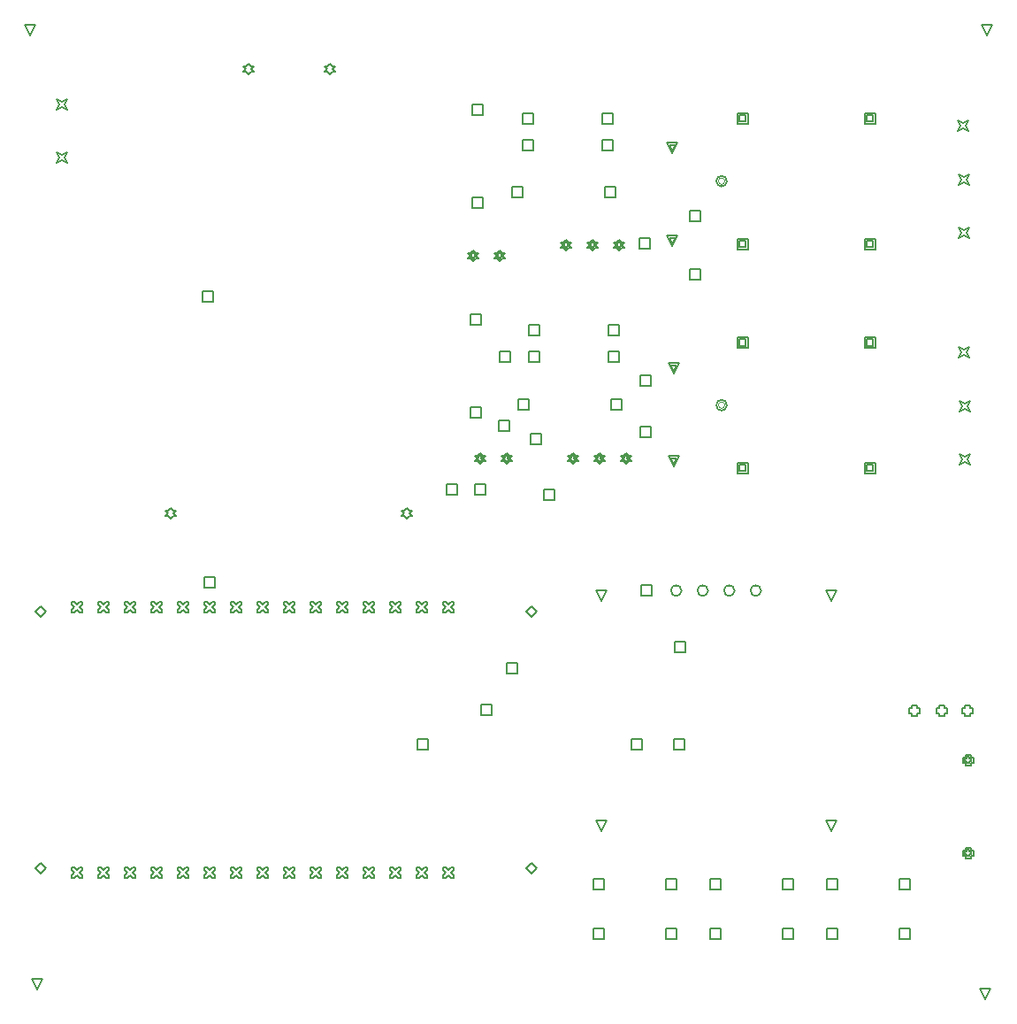
<source format=gbr>
%TF.GenerationSoftware,Altium Limited,Altium Designer,23.10.1 (27)*%
G04 Layer_Color=2752767*
%FSLAX26Y26*%
%MOIN*%
%TF.SameCoordinates,68AA919C-6303-421A-99F6-747A19599157*%
%TF.FilePolarity,Positive*%
%TF.FileFunction,Drawing*%
%TF.Part,Single*%
G01*
G75*
%TA.AperFunction,NonConductor*%
%ADD45C,0.005000*%
%ADD115C,0.006667*%
%ADD116C,0.004000*%
D45*
X2269000Y335000D02*
Y375000D01*
X2309000D01*
Y335000D01*
X2269000D01*
X2540000Y523000D02*
Y563000D01*
X2580000D01*
Y523000D01*
X2540000D01*
Y335000D02*
Y375000D01*
X2580000D01*
Y335000D01*
X2540000D01*
X2269000Y523000D02*
Y563000D01*
X2309000D01*
Y523000D01*
X2269000D01*
X3149000Y335000D02*
Y375000D01*
X3189000D01*
Y335000D01*
X3149000D01*
X3420000Y523000D02*
Y563000D01*
X3460000D01*
Y523000D01*
X3420000D01*
Y335000D02*
Y375000D01*
X3460000D01*
Y335000D01*
X3420000D01*
X3149000Y523000D02*
Y563000D01*
X3189000D01*
Y523000D01*
X3149000D01*
X2709000D02*
Y563000D01*
X2749000D01*
Y523000D01*
X2709000D01*
X2980000Y335000D02*
Y375000D01*
X3020000D01*
Y335000D01*
X2980000D01*
Y523000D02*
Y563000D01*
X3020000D01*
Y523000D01*
X2980000D01*
X2709000Y335000D02*
Y375000D01*
X2749000D01*
Y335000D01*
X2709000D01*
X1700826Y1565000D02*
X1710826D01*
X1720826Y1575000D01*
X1730826Y1565000D01*
X1740826D01*
Y1575000D01*
X1730826Y1585000D01*
X1740826Y1595000D01*
Y1605000D01*
X1730826D01*
X1720826Y1595000D01*
X1710826Y1605000D01*
X1700826D01*
Y1595000D01*
X1710826Y1585000D01*
X1700826Y1575000D01*
Y1565000D01*
X1600826D02*
X1610826D01*
X1620826Y1575000D01*
X1630826Y1565000D01*
X1640826D01*
Y1575000D01*
X1630826Y1585000D01*
X1640826Y1595000D01*
Y1605000D01*
X1630826D01*
X1620826Y1595000D01*
X1610826Y1605000D01*
X1600826D01*
Y1595000D01*
X1610826Y1585000D01*
X1600826Y1575000D01*
Y1565000D01*
X1500826D02*
X1510826D01*
X1520826Y1575000D01*
X1530826Y1565000D01*
X1540826D01*
Y1575000D01*
X1530826Y1585000D01*
X1540826Y1595000D01*
Y1605000D01*
X1530826D01*
X1520826Y1595000D01*
X1510826Y1605000D01*
X1500826D01*
Y1595000D01*
X1510826Y1585000D01*
X1500826Y1575000D01*
Y1565000D01*
X1400826D02*
X1410826D01*
X1420826Y1575000D01*
X1430826Y1565000D01*
X1440826D01*
Y1575000D01*
X1430826Y1585000D01*
X1440826Y1595000D01*
Y1605000D01*
X1430826D01*
X1420826Y1595000D01*
X1410826Y1605000D01*
X1400826D01*
Y1595000D01*
X1410826Y1585000D01*
X1400826Y1575000D01*
Y1565000D01*
X1300826D02*
X1310826D01*
X1320826Y1575000D01*
X1330826Y1565000D01*
X1340826D01*
Y1575000D01*
X1330826Y1585000D01*
X1340826Y1595000D01*
Y1605000D01*
X1330826D01*
X1320826Y1595000D01*
X1310826Y1605000D01*
X1300826D01*
Y1595000D01*
X1310826Y1585000D01*
X1300826Y1575000D01*
Y1565000D01*
X1200826D02*
X1210826D01*
X1220826Y1575000D01*
X1230826Y1565000D01*
X1240826D01*
Y1575000D01*
X1230826Y1585000D01*
X1240826Y1595000D01*
Y1605000D01*
X1230826D01*
X1220826Y1595000D01*
X1210826Y1605000D01*
X1200826D01*
Y1595000D01*
X1210826Y1585000D01*
X1200826Y1575000D01*
Y1565000D01*
X1100826D02*
X1110826D01*
X1120826Y1575000D01*
X1130826Y1565000D01*
X1140826D01*
Y1575000D01*
X1130826Y1585000D01*
X1140826Y1595000D01*
Y1605000D01*
X1130826D01*
X1120826Y1595000D01*
X1110826Y1605000D01*
X1100826D01*
Y1595000D01*
X1110826Y1585000D01*
X1100826Y1575000D01*
Y1565000D01*
X1000826D02*
X1010826D01*
X1020826Y1575000D01*
X1030826Y1565000D01*
X1040826D01*
Y1575000D01*
X1030826Y1585000D01*
X1040826Y1595000D01*
Y1605000D01*
X1030826D01*
X1020826Y1595000D01*
X1010826Y1605000D01*
X1000826D01*
Y1595000D01*
X1010826Y1585000D01*
X1000826Y1575000D01*
Y1565000D01*
X900826D02*
X910826D01*
X920826Y1575000D01*
X930826Y1565000D01*
X940826D01*
Y1575000D01*
X930826Y1585000D01*
X940826Y1595000D01*
Y1605000D01*
X930826D01*
X920826Y1595000D01*
X910826Y1605000D01*
X900826D01*
Y1595000D01*
X910826Y1585000D01*
X900826Y1575000D01*
Y1565000D01*
X800826D02*
X810826D01*
X820826Y1575000D01*
X830826Y1565000D01*
X840826D01*
Y1575000D01*
X830826Y1585000D01*
X840826Y1595000D01*
Y1605000D01*
X830826D01*
X820826Y1595000D01*
X810826Y1605000D01*
X800826D01*
Y1595000D01*
X810826Y1585000D01*
X800826Y1575000D01*
Y1565000D01*
X700826D02*
X710826D01*
X720826Y1575000D01*
X730826Y1565000D01*
X740826D01*
Y1575000D01*
X730826Y1585000D01*
X740826Y1595000D01*
Y1605000D01*
X730826D01*
X720826Y1595000D01*
X710826Y1605000D01*
X700826D01*
Y1595000D01*
X710826Y1585000D01*
X700826Y1575000D01*
Y1565000D01*
X600826D02*
X610826D01*
X620826Y1575000D01*
X630826Y1565000D01*
X640826D01*
Y1575000D01*
X630826Y1585000D01*
X640826Y1595000D01*
Y1605000D01*
X630826D01*
X620826Y1595000D01*
X610826Y1605000D01*
X600826D01*
Y1595000D01*
X610826Y1585000D01*
X600826Y1575000D01*
Y1565000D01*
X500826D02*
X510826D01*
X520826Y1575000D01*
X530826Y1565000D01*
X540826D01*
Y1575000D01*
X530826Y1585000D01*
X540826Y1595000D01*
Y1605000D01*
X530826D01*
X520826Y1595000D01*
X510826Y1605000D01*
X500826D01*
Y1595000D01*
X510826Y1585000D01*
X500826Y1575000D01*
Y1565000D01*
X400826D02*
X410826D01*
X420826Y1575000D01*
X430826Y1565000D01*
X440826D01*
Y1575000D01*
X430826Y1585000D01*
X440826Y1595000D01*
Y1605000D01*
X430826D01*
X420826Y1595000D01*
X410826Y1605000D01*
X400826D01*
Y1595000D01*
X410826Y1585000D01*
X400826Y1575000D01*
Y1565000D01*
X300826D02*
X310826D01*
X320826Y1575000D01*
X330826Y1565000D01*
X340826D01*
Y1575000D01*
X330826Y1585000D01*
X340826Y1595000D01*
Y1605000D01*
X330826D01*
X320826Y1595000D01*
X310826Y1605000D01*
X300826D01*
Y1595000D01*
X310826Y1585000D01*
X300826Y1575000D01*
Y1565000D01*
X1700826Y565000D02*
X1710826D01*
X1720826Y575000D01*
X1730826Y565000D01*
X1740826D01*
Y575000D01*
X1730826Y585000D01*
X1740826Y595000D01*
Y605000D01*
X1730826D01*
X1720826Y595000D01*
X1710826Y605000D01*
X1700826D01*
Y595000D01*
X1710826Y585000D01*
X1700826Y575000D01*
Y565000D01*
X1600826D02*
X1610826D01*
X1620826Y575000D01*
X1630826Y565000D01*
X1640826D01*
Y575000D01*
X1630826Y585000D01*
X1640826Y595000D01*
Y605000D01*
X1630826D01*
X1620826Y595000D01*
X1610826Y605000D01*
X1600826D01*
Y595000D01*
X1610826Y585000D01*
X1600826Y575000D01*
Y565000D01*
X1500826D02*
X1510826D01*
X1520826Y575000D01*
X1530826Y565000D01*
X1540826D01*
Y575000D01*
X1530826Y585000D01*
X1540826Y595000D01*
Y605000D01*
X1530826D01*
X1520826Y595000D01*
X1510826Y605000D01*
X1500826D01*
Y595000D01*
X1510826Y585000D01*
X1500826Y575000D01*
Y565000D01*
X1400826D02*
X1410826D01*
X1420826Y575000D01*
X1430826Y565000D01*
X1440826D01*
Y575000D01*
X1430826Y585000D01*
X1440826Y595000D01*
Y605000D01*
X1430826D01*
X1420826Y595000D01*
X1410826Y605000D01*
X1400826D01*
Y595000D01*
X1410826Y585000D01*
X1400826Y575000D01*
Y565000D01*
X1300826D02*
X1310826D01*
X1320826Y575000D01*
X1330826Y565000D01*
X1340826D01*
Y575000D01*
X1330826Y585000D01*
X1340826Y595000D01*
Y605000D01*
X1330826D01*
X1320826Y595000D01*
X1310826Y605000D01*
X1300826D01*
Y595000D01*
X1310826Y585000D01*
X1300826Y575000D01*
Y565000D01*
X1200826D02*
X1210826D01*
X1220826Y575000D01*
X1230826Y565000D01*
X1240826D01*
Y575000D01*
X1230826Y585000D01*
X1240826Y595000D01*
Y605000D01*
X1230826D01*
X1220826Y595000D01*
X1210826Y605000D01*
X1200826D01*
Y595000D01*
X1210826Y585000D01*
X1200826Y575000D01*
Y565000D01*
X1100826D02*
X1110826D01*
X1120826Y575000D01*
X1130826Y565000D01*
X1140826D01*
Y575000D01*
X1130826Y585000D01*
X1140826Y595000D01*
Y605000D01*
X1130826D01*
X1120826Y595000D01*
X1110826Y605000D01*
X1100826D01*
Y595000D01*
X1110826Y585000D01*
X1100826Y575000D01*
Y565000D01*
X1000826D02*
X1010826D01*
X1020826Y575000D01*
X1030826Y565000D01*
X1040826D01*
Y575000D01*
X1030826Y585000D01*
X1040826Y595000D01*
Y605000D01*
X1030826D01*
X1020826Y595000D01*
X1010826Y605000D01*
X1000826D01*
Y595000D01*
X1010826Y585000D01*
X1000826Y575000D01*
Y565000D01*
X900826D02*
X910826D01*
X920826Y575000D01*
X930826Y565000D01*
X940826D01*
Y575000D01*
X930826Y585000D01*
X940826Y595000D01*
Y605000D01*
X930826D01*
X920826Y595000D01*
X910826Y605000D01*
X900826D01*
Y595000D01*
X910826Y585000D01*
X900826Y575000D01*
Y565000D01*
X800826D02*
X810826D01*
X820826Y575000D01*
X830826Y565000D01*
X840826D01*
Y575000D01*
X830826Y585000D01*
X840826Y595000D01*
Y605000D01*
X830826D01*
X820826Y595000D01*
X810826Y605000D01*
X800826D01*
Y595000D01*
X810826Y585000D01*
X800826Y575000D01*
Y565000D01*
X700826D02*
X710826D01*
X720826Y575000D01*
X730826Y565000D01*
X740826D01*
Y575000D01*
X730826Y585000D01*
X740826Y595000D01*
Y605000D01*
X730826D01*
X720826Y595000D01*
X710826Y605000D01*
X700826D01*
Y595000D01*
X710826Y585000D01*
X700826Y575000D01*
Y565000D01*
X600826D02*
X610826D01*
X620826Y575000D01*
X630826Y565000D01*
X640826D01*
Y575000D01*
X630826Y585000D01*
X640826Y595000D01*
Y605000D01*
X630826D01*
X620826Y595000D01*
X610826Y605000D01*
X600826D01*
Y595000D01*
X610826Y585000D01*
X600826Y575000D01*
Y565000D01*
X500826D02*
X510826D01*
X520826Y575000D01*
X530826Y565000D01*
X540826D01*
Y575000D01*
X530826Y585000D01*
X540826Y595000D01*
Y605000D01*
X530826D01*
X520826Y595000D01*
X510826Y605000D01*
X500826D01*
Y595000D01*
X510826Y585000D01*
X500826Y575000D01*
Y565000D01*
X400826D02*
X410826D01*
X420826Y575000D01*
X430826Y565000D01*
X440826D01*
Y575000D01*
X430826Y585000D01*
X440826Y595000D01*
Y605000D01*
X430826D01*
X420826Y595000D01*
X410826Y605000D01*
X400826D01*
Y595000D01*
X410826Y585000D01*
X400826Y575000D01*
Y565000D01*
X300826D02*
X310826D01*
X320826Y575000D01*
X330826Y565000D01*
X340826D01*
Y575000D01*
X330826Y585000D01*
X340826Y595000D01*
Y605000D01*
X330826D01*
X320826Y595000D01*
X310826Y605000D01*
X300826D01*
Y595000D01*
X310826Y585000D01*
X300826Y575000D01*
Y565000D01*
X165788Y1568464D02*
X185788Y1588464D01*
X205788Y1568464D01*
X185788Y1548464D01*
X165788Y1568464D01*
Y603504D02*
X185788Y623504D01*
X205788Y603504D01*
X185788Y583504D01*
X165788Y603504D01*
X2014212D02*
X2034212Y623504D01*
X2054212Y603504D01*
X2034212Y583504D01*
X2014212Y603504D01*
Y1568464D02*
X2034212Y1588464D01*
X2054212Y1568464D01*
X2034212Y1548464D01*
X2014212Y1568464D01*
X795000Y2735000D02*
Y2775000D01*
X835000D01*
Y2735000D01*
X795000D01*
X800000Y1660000D02*
Y1700000D01*
X840000D01*
Y1660000D01*
X800000D01*
X2410000Y1050000D02*
Y1090000D01*
X2450000D01*
Y1050000D01*
X2410000D01*
X1605000D02*
Y1090000D01*
X1645000D01*
Y1050000D01*
X1605000D01*
X1940000Y1335000D02*
Y1375000D01*
X1980000D01*
Y1335000D01*
X1940000D01*
X1820000Y2010000D02*
Y2050000D01*
X1860000D01*
Y2010000D01*
X1820000D01*
X1715000D02*
Y2050000D01*
X1755000D01*
Y2010000D01*
X1715000D01*
X1845000Y1180000D02*
Y1220000D01*
X1885000D01*
Y1180000D01*
X1845000D01*
X1840000Y2125000D02*
X1850000Y2135000D01*
X1860000D01*
X1850000Y2145000D01*
X1860000Y2155000D01*
X1850000D01*
X1840000Y2165000D01*
X1830000Y2155000D01*
X1820000D01*
X1830000Y2145000D01*
X1820000Y2135000D01*
X1830000D01*
X1840000Y2125000D01*
Y2133000D02*
X1846000Y2139000D01*
X1852000D01*
X1846000Y2145000D01*
X1852000Y2151000D01*
X1846000D01*
X1840000Y2157000D01*
X1834000Y2151000D01*
X1828000D01*
X1834000Y2145000D01*
X1828000Y2139000D01*
X1834000D01*
X1840000Y2133000D01*
X1940000Y2125000D02*
X1950000Y2135000D01*
X1960000D01*
X1950000Y2145000D01*
X1960000Y2155000D01*
X1950000D01*
X1940000Y2165000D01*
X1930000Y2155000D01*
X1920000D01*
X1930000Y2145000D01*
X1920000Y2135000D01*
X1930000D01*
X1940000Y2125000D01*
Y2133000D02*
X1946000Y2139000D01*
X1952000D01*
X1946000Y2145000D01*
X1952000Y2151000D01*
X1946000D01*
X1940000Y2157000D01*
X1934000Y2151000D01*
X1928000D01*
X1934000Y2145000D01*
X1928000Y2139000D01*
X1934000D01*
X1940000Y2133000D01*
X1910000Y2250000D02*
Y2290000D01*
X1950000D01*
Y2250000D01*
X1910000D01*
X1915000Y2510000D02*
Y2550000D01*
X1955000D01*
Y2510000D01*
X1915000D01*
X2296930Y1608070D02*
X2276930Y1648070D01*
X2316930D01*
X2296930Y1608070D01*
X3163070D02*
X3143070Y1648070D01*
X3183070D01*
X3163070Y1608070D01*
Y741930D02*
X3143070Y781930D01*
X3183070D01*
X3163070Y741930D01*
X2296930D02*
X2276930Y781930D01*
X2316930D01*
X2296930Y741930D01*
X2080000Y1990000D02*
Y2030000D01*
X2120000D01*
Y1990000D01*
X2080000D01*
X2030000Y2200000D02*
Y2240000D01*
X2070000D01*
Y2200000D01*
X2030000D01*
X2565000Y2945000D02*
X2545000Y2985000D01*
X2585000D01*
X2565000Y2945000D01*
Y2953000D02*
X2553000Y2977000D01*
X2577000D01*
X2565000Y2953000D01*
Y3295000D02*
X2545000Y3335000D01*
X2585000D01*
X2565000Y3295000D01*
Y3303000D02*
X2553000Y3327000D01*
X2577000D01*
X2565000Y3303000D01*
X2630000Y3040000D02*
Y3080000D01*
X2670000D01*
Y3040000D01*
X2630000D01*
Y2820000D02*
Y2860000D01*
X2670000D01*
Y2820000D01*
X2630000D01*
X2445000Y2225000D02*
Y2265000D01*
X2485000D01*
Y2225000D01*
X2445000D01*
X2440000Y2935000D02*
Y2975000D01*
X2480000D01*
Y2935000D01*
X2440000D01*
X2445000Y2420000D02*
Y2460000D01*
X2485000D01*
Y2420000D01*
X2445000D01*
X2448878Y1628878D02*
Y1668878D01*
X2488878D01*
Y1628878D01*
X2448878D01*
X2575000Y1415000D02*
Y1455000D01*
X2615000D01*
Y1415000D01*
X2575000D01*
X2570000Y1050000D02*
Y1090000D01*
X2610000D01*
Y1050000D01*
X2570000D01*
X3290158Y2562440D02*
Y2602440D01*
X3330158D01*
Y2562440D01*
X3290158D01*
X3298158Y2570440D02*
Y2594440D01*
X3322158D01*
Y2570440D01*
X3298158D01*
X3290158Y2090000D02*
Y2130000D01*
X3330158D01*
Y2090000D01*
X3290158D01*
X3298158Y2098000D02*
Y2122000D01*
X3322158D01*
Y2098000D01*
X3298158D01*
X2809842Y2090000D02*
Y2130000D01*
X2849842D01*
Y2090000D01*
X2809842D01*
X2817842Y2098000D02*
Y2122000D01*
X2841842D01*
Y2098000D01*
X2817842D01*
X2809842Y2562440D02*
Y2602440D01*
X2849842D01*
Y2562440D01*
X2809842D01*
X2817842Y2570440D02*
Y2594440D01*
X2841842D01*
Y2570440D01*
X2817842D01*
X3469000Y1185000D02*
Y1175000D01*
X3489000D01*
Y1185000D01*
X3499000D01*
Y1205000D01*
X3489000D01*
Y1215000D01*
X3469000D01*
Y1205000D01*
X3459000D01*
Y1185000D01*
X3469000D01*
X3570000D02*
Y1175000D01*
X3590000D01*
Y1185000D01*
X3600000D01*
Y1205000D01*
X3590000D01*
Y1215000D01*
X3570000D01*
Y1205000D01*
X3560000D01*
Y1185000D01*
X3570000D01*
X3668000D02*
Y1175000D01*
X3688000D01*
Y1185000D01*
X3698000D01*
Y1205000D01*
X3688000D01*
Y1215000D01*
X3668000D01*
Y1205000D01*
X3658000D01*
Y1185000D01*
X3668000D01*
X2809842Y3406220D02*
Y3446220D01*
X2849842D01*
Y3406220D01*
X2809842D01*
X2817842Y3414220D02*
Y3438220D01*
X2841842D01*
Y3414220D01*
X2817842D01*
X2809842Y2933780D02*
Y2973780D01*
X2849842D01*
Y2933780D01*
X2809842D01*
X2817842Y2941780D02*
Y2965780D01*
X2841842D01*
Y2941780D01*
X2817842D01*
X3290158Y2933780D02*
Y2973780D01*
X3330158D01*
Y2933780D01*
X3290158D01*
X3298158Y2941780D02*
Y2965780D01*
X3322158D01*
Y2941780D01*
X3298158D01*
X3290158Y3406220D02*
Y3446220D01*
X3330158D01*
Y3406220D01*
X3290158D01*
X3298158Y3414220D02*
Y3438220D01*
X3322158D01*
Y3414220D01*
X3298158D01*
X2570000Y2115000D02*
X2550000Y2155000D01*
X2590000D01*
X2570000Y2115000D01*
Y2123000D02*
X2558000Y2147000D01*
X2582000D01*
X2570000Y2123000D01*
Y2465000D02*
X2550000Y2505000D01*
X2590000D01*
X2570000Y2465000D01*
Y2473000D02*
X2558000Y2497000D01*
X2582000D01*
X2570000Y2473000D01*
X2190000Y2125000D02*
X2200000Y2135000D01*
X2210000D01*
X2200000Y2145000D01*
X2210000Y2155000D01*
X2200000D01*
X2190000Y2165000D01*
X2180000Y2155000D01*
X2170000D01*
X2180000Y2145000D01*
X2170000Y2135000D01*
X2180000D01*
X2190000Y2125000D01*
Y2133000D02*
X2196000Y2139000D01*
X2202000D01*
X2196000Y2145000D01*
X2202000Y2151000D01*
X2196000D01*
X2190000Y2157000D01*
X2184000Y2151000D01*
X2178000D01*
X2184000Y2145000D01*
X2178000Y2139000D01*
X2184000D01*
X2190000Y2133000D01*
X2290000Y2125000D02*
X2300000Y2135000D01*
X2310000D01*
X2300000Y2145000D01*
X2310000Y2155000D01*
X2300000D01*
X2290000Y2165000D01*
X2280000Y2155000D01*
X2270000D01*
X2280000Y2145000D01*
X2270000Y2135000D01*
X2280000D01*
X2290000Y2125000D01*
Y2133000D02*
X2296000Y2139000D01*
X2302000D01*
X2296000Y2145000D01*
X2302000Y2151000D01*
X2296000D01*
X2290000Y2157000D01*
X2284000Y2151000D01*
X2278000D01*
X2284000Y2145000D01*
X2278000Y2139000D01*
X2284000D01*
X2290000Y2133000D01*
X2390000Y2125000D02*
X2400000Y2135000D01*
X2410000D01*
X2400000Y2145000D01*
X2410000Y2155000D01*
X2400000D01*
X2390000Y2165000D01*
X2380000Y2155000D01*
X2370000D01*
X2380000Y2145000D01*
X2370000Y2135000D01*
X2380000D01*
X2390000Y2125000D01*
Y2133000D02*
X2396000Y2139000D01*
X2402000D01*
X2396000Y2145000D01*
X2402000Y2151000D01*
X2396000D01*
X2390000Y2157000D01*
X2384000Y2151000D01*
X2378000D01*
X2384000Y2145000D01*
X2378000Y2139000D01*
X2384000D01*
X2390000Y2133000D01*
X2165000Y2930000D02*
X2175000Y2940000D01*
X2185000D01*
X2175000Y2950000D01*
X2185000Y2960000D01*
X2175000D01*
X2165000Y2970000D01*
X2155000Y2960000D01*
X2145000D01*
X2155000Y2950000D01*
X2145000Y2940000D01*
X2155000D01*
X2165000Y2930000D01*
Y2938000D02*
X2171000Y2944000D01*
X2177000D01*
X2171000Y2950000D01*
X2177000Y2956000D01*
X2171000D01*
X2165000Y2962000D01*
X2159000Y2956000D01*
X2153000D01*
X2159000Y2950000D01*
X2153000Y2944000D01*
X2159000D01*
X2165000Y2938000D01*
X2265000Y2930000D02*
X2275000Y2940000D01*
X2285000D01*
X2275000Y2950000D01*
X2285000Y2960000D01*
X2275000D01*
X2265000Y2970000D01*
X2255000Y2960000D01*
X2245000D01*
X2255000Y2950000D01*
X2245000Y2940000D01*
X2255000D01*
X2265000Y2930000D01*
Y2938000D02*
X2271000Y2944000D01*
X2277000D01*
X2271000Y2950000D01*
X2277000Y2956000D01*
X2271000D01*
X2265000Y2962000D01*
X2259000Y2956000D01*
X2253000D01*
X2259000Y2950000D01*
X2253000Y2944000D01*
X2259000D01*
X2265000Y2938000D01*
X2365000Y2930000D02*
X2375000Y2940000D01*
X2385000D01*
X2375000Y2950000D01*
X2385000Y2960000D01*
X2375000D01*
X2365000Y2970000D01*
X2355000Y2960000D01*
X2345000D01*
X2355000Y2950000D01*
X2345000Y2940000D01*
X2355000D01*
X2365000Y2930000D01*
Y2938000D02*
X2371000Y2944000D01*
X2377000D01*
X2371000Y2950000D01*
X2377000Y2956000D01*
X2371000D01*
X2365000Y2962000D01*
X2359000Y2956000D01*
X2353000D01*
X2359000Y2950000D01*
X2353000Y2944000D01*
X2359000D01*
X2365000Y2938000D01*
X2300000Y3405000D02*
Y3445000D01*
X2340000D01*
Y3405000D01*
X2300000D01*
Y3305000D02*
Y3345000D01*
X2340000D01*
Y3305000D01*
X2300000D01*
X2000000D02*
Y3345000D01*
X2040000D01*
Y3305000D01*
X2000000D01*
Y3405000D02*
Y3445000D01*
X2040000D01*
Y3405000D01*
X2000000D01*
X2025000Y2610000D02*
Y2650000D01*
X2065000D01*
Y2610000D01*
X2025000D01*
Y2510000D02*
Y2550000D01*
X2065000D01*
Y2510000D01*
X2025000D01*
X2325000D02*
Y2550000D01*
X2365000D01*
Y2510000D01*
X2325000D01*
Y2610000D02*
Y2650000D01*
X2365000D01*
Y2610000D01*
X2325000D01*
X1985000Y2330000D02*
Y2370000D01*
X2025000D01*
Y2330000D01*
X1985000D01*
X2335000D02*
Y2370000D01*
X2375000D01*
Y2330000D01*
X2335000D01*
X1960000Y3130000D02*
Y3170000D01*
X2000000D01*
Y3130000D01*
X1960000D01*
X2310000D02*
Y3170000D01*
X2350000D01*
Y3130000D01*
X2310000D01*
X1810000Y3440000D02*
Y3480000D01*
X1850000D01*
Y3440000D01*
X1810000D01*
Y3090000D02*
Y3130000D01*
X1850000D01*
Y3090000D01*
X1810000D01*
X245000Y3260000D02*
X255000Y3280000D01*
X245000Y3300000D01*
X265000Y3290000D01*
X285000Y3300000D01*
X275000Y3280000D01*
X285000Y3260000D01*
X265000Y3270000D01*
X245000Y3260000D01*
Y3460000D02*
X255000Y3480000D01*
X245000Y3500000D01*
X265000Y3490000D01*
X285000Y3500000D01*
X275000Y3480000D01*
X285000Y3460000D01*
X265000Y3470000D01*
X245000Y3460000D01*
X675118Y1918386D02*
X685118Y1928386D01*
X695118D01*
X685118Y1938386D01*
X695118Y1948386D01*
X685118D01*
X675118Y1958386D01*
X665118Y1948386D01*
X655118D01*
X665118Y1938386D01*
X655118Y1928386D01*
X665118D01*
X675118Y1918386D01*
X1564882D02*
X1574882Y1928386D01*
X1584882D01*
X1574882Y1938386D01*
X1584882Y1948386D01*
X1574882D01*
X1564882Y1958386D01*
X1554882Y1948386D01*
X1544882D01*
X1554882Y1938386D01*
X1544882Y1928386D01*
X1554882D01*
X1564882Y1918386D01*
X966456Y3591614D02*
X976456Y3601614D01*
X986456D01*
X976456Y3611614D01*
X986456Y3621614D01*
X976456D01*
X966456Y3631614D01*
X956456Y3621614D01*
X946456D01*
X956456Y3611614D01*
X946456Y3601614D01*
X956456D01*
X966456Y3591614D01*
X1273544D02*
X1283544Y3601614D01*
X1293544D01*
X1283544Y3611614D01*
X1293544Y3621614D01*
X1283544D01*
X1273544Y3631614D01*
X1263544Y3621614D01*
X1253544D01*
X1263544Y3611614D01*
X1253544Y3601614D01*
X1263544D01*
X1273544Y3591614D01*
X170000Y145000D02*
X150000Y185000D01*
X190000D01*
X170000Y145000D01*
X145000Y3740000D02*
X125000Y3780000D01*
X165000D01*
X145000Y3740000D01*
X3750000D02*
X3730000Y3780000D01*
X3770000D01*
X3750000Y3740000D01*
X3745000Y110000D02*
X3725000Y150000D01*
X3765000D01*
X3745000Y110000D01*
X1805000Y2300000D02*
Y2340000D01*
X1845000D01*
Y2300000D01*
X1805000D01*
Y2650000D02*
Y2690000D01*
X1845000D01*
Y2650000D01*
X1805000D01*
X3645000Y2525000D02*
X3655000Y2545000D01*
X3645000Y2565000D01*
X3665000Y2555000D01*
X3685000Y2565000D01*
X3675000Y2545000D01*
X3685000Y2525000D01*
X3665000Y2535000D01*
X3645000Y2525000D01*
X3647620Y2122380D02*
X3657620Y2142380D01*
X3647620Y2162380D01*
X3667620Y2152380D01*
X3687620Y2162380D01*
X3677620Y2142380D01*
X3687620Y2122380D01*
X3667620Y2132380D01*
X3647620Y2122380D01*
Y2322380D02*
X3657620Y2342380D01*
X3647620Y2362380D01*
X3667620Y2352380D01*
X3687620Y2362380D01*
X3677620Y2342380D01*
X3687620Y2322380D01*
X3667620Y2332380D01*
X3647620Y2322380D01*
X3642380Y3377620D02*
X3652380Y3397620D01*
X3642380Y3417620D01*
X3662380Y3407620D01*
X3682380Y3417620D01*
X3672380Y3397620D01*
X3682380Y3377620D01*
X3662380Y3387620D01*
X3642380Y3377620D01*
X3645000Y2975000D02*
X3655000Y2995000D01*
X3645000Y3015000D01*
X3665000Y3005000D01*
X3685000Y3015000D01*
X3675000Y2995000D01*
X3685000Y2975000D01*
X3665000Y2985000D01*
X3645000Y2975000D01*
Y3175000D02*
X3655000Y3195000D01*
X3645000Y3215000D01*
X3665000Y3205000D01*
X3685000Y3215000D01*
X3675000Y3195000D01*
X3685000Y3175000D01*
X3665000Y3185000D01*
X3645000Y3175000D01*
X1915000Y2890000D02*
X1925000Y2900000D01*
X1935000D01*
X1925000Y2910000D01*
X1935000Y2920000D01*
X1925000D01*
X1915000Y2930000D01*
X1905000Y2920000D01*
X1895000D01*
X1905000Y2910000D01*
X1895000Y2900000D01*
X1905000D01*
X1915000Y2890000D01*
Y2898000D02*
X1921000Y2904000D01*
X1927000D01*
X1921000Y2910000D01*
X1927000Y2916000D01*
X1921000D01*
X1915000Y2922000D01*
X1909000Y2916000D01*
X1903000D01*
X1909000Y2910000D01*
X1903000Y2904000D01*
X1909000D01*
X1915000Y2898000D01*
X1815000Y2890000D02*
X1825000Y2900000D01*
X1835000D01*
X1825000Y2910000D01*
X1835000Y2920000D01*
X1825000D01*
X1815000Y2930000D01*
X1805000Y2920000D01*
X1795000D01*
X1805000Y2910000D01*
X1795000Y2900000D01*
X1805000D01*
X1815000Y2890000D01*
Y2898000D02*
X1821000Y2904000D01*
X1827000D01*
X1821000Y2910000D01*
X1827000Y2916000D01*
X1821000D01*
X1815000Y2922000D01*
X1809000Y2916000D01*
X1803000D01*
X1809000Y2910000D01*
X1803000Y2904000D01*
X1809000D01*
X1815000Y2898000D01*
X3670000Y650000D02*
Y640000D01*
X3690000D01*
Y650000D01*
X3700000D01*
Y670000D01*
X3690000D01*
Y680000D01*
X3670000D01*
Y670000D01*
X3660000D01*
Y650000D01*
X3670000D01*
X3674000Y654000D02*
Y648000D01*
X3686000D01*
Y654000D01*
X3692000D01*
Y666000D01*
X3686000D01*
Y672000D01*
X3674000D01*
Y666000D01*
X3668000D01*
Y654000D01*
X3674000D01*
X3670000Y1000000D02*
Y990000D01*
X3690000D01*
Y1000000D01*
X3700000D01*
Y1020000D01*
X3690000D01*
Y1030000D01*
X3670000D01*
Y1020000D01*
X3660000D01*
Y1000000D01*
X3670000D01*
X3674000Y1004000D02*
Y998000D01*
X3686000D01*
Y1004000D01*
X3692000D01*
Y1016000D01*
X3686000D01*
Y1022000D01*
X3674000D01*
Y1016000D01*
X3668000D01*
Y1004000D01*
X3674000D01*
D115*
X2600000Y1647756D02*
G03*
X2600000Y1647756I-20000J0D01*
G01*
X2700000D02*
G03*
X2700000Y1647756I-20000J0D01*
G01*
X2800000D02*
G03*
X2800000Y1647756I-20000J0D01*
G01*
X2900000D02*
G03*
X2900000Y1647756I-20000J0D01*
G01*
X2771102Y2346220D02*
G03*
X2771102Y2346220I-20000J0D01*
G01*
Y3190000D02*
G03*
X2771102Y3190000I-20000J0D01*
G01*
D116*
X2763102Y2346220D02*
G03*
X2763102Y2346220I-12000J0D01*
G01*
Y3190000D02*
G03*
X2763102Y3190000I-12000J0D01*
G01*
%TF.MD5,cb08127962d6bbc9aec78f7dbdcbb883*%
M02*

</source>
